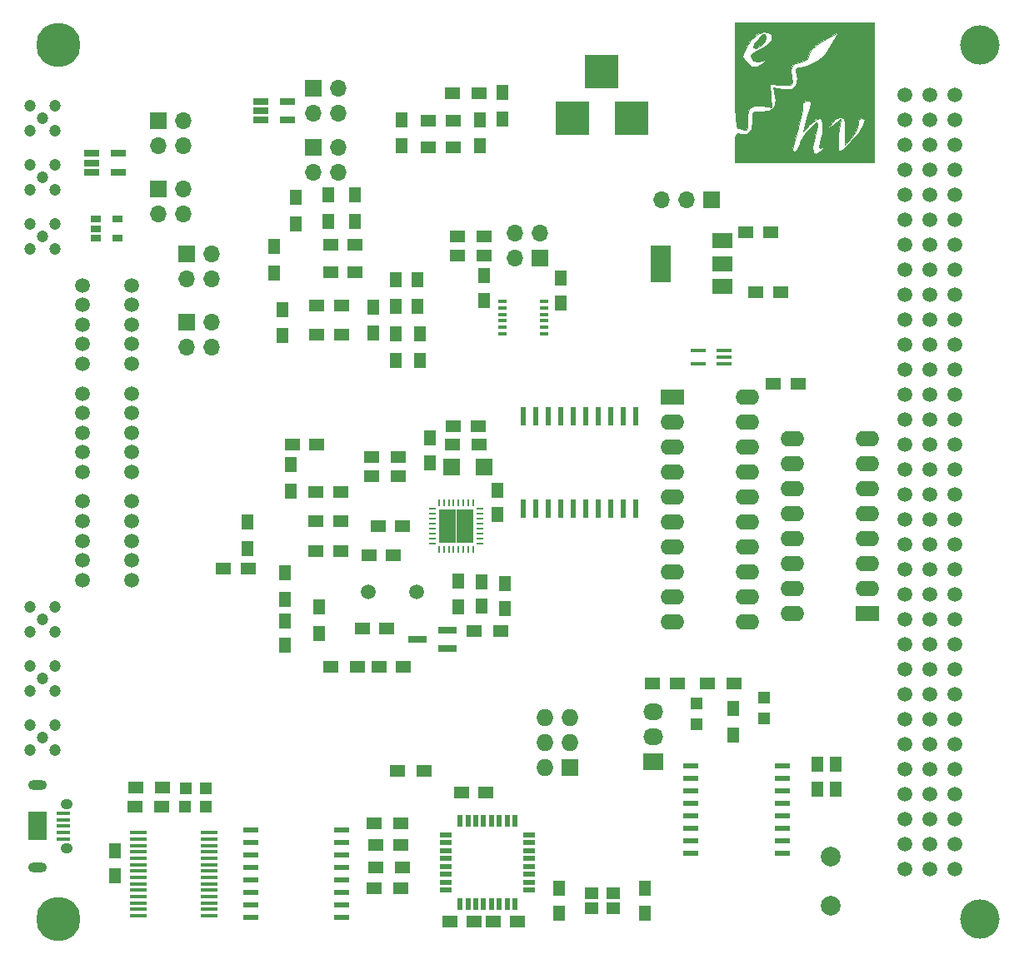
<source format=gts>
G04 #@! TF.FileFunction,Soldermask,Top*
%FSLAX46Y46*%
G04 Gerber Fmt 4.6, Leading zero omitted, Abs format (unit mm)*
G04 Created by KiCad (PCBNEW 4.0.4-stable) date 02/10/17 17:21:10*
%MOMM*%
%LPD*%
G01*
G04 APERTURE LIST*
%ADD10C,0.150000*%
%ADD11C,0.010000*%
%ADD12R,1.250000X1.500000*%
%ADD13R,1.500000X1.250000*%
%ADD14R,1.700000X1.700000*%
%ADD15O,1.700000X1.700000*%
%ADD16R,1.198880X1.198880*%
%ADD17R,0.600000X1.200000*%
%ADD18R,1.200000X0.600000*%
%ADD19R,1.727200X1.727200*%
%ADD20O,1.727200X1.727200*%
%ADD21R,1.500000X1.300000*%
%ADD22R,1.500000X0.600000*%
%ADD23R,1.750000X0.450000*%
%ADD24O,1.900000X1.000000*%
%ADD25R,1.900000X2.900000*%
%ADD26O,1.250000X1.050000*%
%ADD27R,1.350000X0.400000*%
%ADD28R,1.300000X1.500000*%
%ADD29R,2.032000X1.727200*%
%ADD30O,2.032000X1.727200*%
%ADD31R,1.400000X1.200000*%
%ADD32C,1.998980*%
%ADD33C,1.501140*%
%ADD34C,4.000000*%
%ADD35C,4.500000*%
%ADD36R,3.500000X3.500000*%
%ADD37R,1.060000X0.650000*%
%ADD38C,1.500000*%
%ADD39R,0.250000X0.700000*%
%ADD40R,0.700000X0.250000*%
%ADD41R,1.725000X1.725000*%
%ADD42R,0.890000X0.420000*%
%ADD43R,0.600000X1.950000*%
%ADD44R,2.000000X3.800000*%
%ADD45R,2.000000X1.500000*%
%ADD46R,1.500000X0.400000*%
%ADD47R,2.400000X1.600000*%
%ADD48O,2.400000X1.600000*%
%ADD49R,1.900000X0.800000*%
%ADD50R,1.750000X1.800000*%
%ADD51R,1.560000X0.650000*%
%ADD52C,1.200000*%
G04 APERTURE END LIST*
D10*
D11*
G36*
X251468948Y-52468948D02*
X237298422Y-52468948D01*
X237298422Y-51219642D01*
X243208075Y-51219642D01*
X243266971Y-51370537D01*
X243421726Y-51399466D01*
X243427160Y-51399474D01*
X243665842Y-51172196D01*
X243931115Y-50614038D01*
X243969656Y-50503001D01*
X244266910Y-49884424D01*
X244707841Y-49252135D01*
X245178341Y-48738007D01*
X245564300Y-48473912D01*
X245709668Y-48492124D01*
X245710893Y-48797167D01*
X245576536Y-49439029D01*
X245446786Y-49905668D01*
X245221416Y-50907490D01*
X245249056Y-51508281D01*
X245508635Y-51678621D01*
X245979079Y-51389091D01*
X246280667Y-51069871D01*
X246618123Y-50665584D01*
X246606747Y-50622011D01*
X246277756Y-50869345D01*
X245936215Y-51101870D01*
X245862907Y-50979985D01*
X245989275Y-50463685D01*
X246183488Y-49499442D01*
X246199177Y-49126843D01*
X246845876Y-49126843D01*
X248057456Y-48057369D01*
X247865371Y-49728422D01*
X247797933Y-50617795D01*
X247821521Y-51215427D01*
X247912644Y-51399474D01*
X248219508Y-51220725D01*
X248743511Y-50763278D01*
X249110443Y-50396843D01*
X249906927Y-49478689D01*
X250396831Y-48729429D01*
X250537638Y-48220636D01*
X250479190Y-48092523D01*
X250113272Y-47928938D01*
X249896783Y-48242308D01*
X249864737Y-48577196D01*
X249691675Y-49213904D01*
X249268624Y-49905237D01*
X249204765Y-49980880D01*
X248544794Y-50731053D01*
X248536344Y-49327369D01*
X248504901Y-48499667D01*
X248391003Y-48077483D01*
X248145916Y-47932661D01*
X248002565Y-47923685D01*
X247485450Y-48140738D01*
X247161556Y-48525264D01*
X246845876Y-49126843D01*
X246199177Y-49126843D01*
X246218314Y-48672371D01*
X246095207Y-48130183D01*
X245965108Y-48008379D01*
X245604623Y-48115175D01*
X245082495Y-48505984D01*
X244965074Y-48618372D01*
X244255196Y-49328250D01*
X244650757Y-48024388D01*
X244930114Y-47037048D01*
X245021688Y-46465019D01*
X244919857Y-46220859D01*
X244619000Y-46217127D01*
X244535870Y-46237166D01*
X244171584Y-46492137D01*
X244154969Y-46724843D01*
X244151380Y-47138413D01*
X244018104Y-47909064D01*
X243782860Y-48882832D01*
X243735416Y-49055025D01*
X243429411Y-50159898D01*
X243257926Y-50848766D01*
X243208075Y-51219642D01*
X237298422Y-51219642D01*
X237298422Y-50969437D01*
X237311870Y-50122367D01*
X237388876Y-49694485D01*
X237584431Y-49570309D01*
X237936250Y-49630010D01*
X238618011Y-49598558D01*
X239030664Y-49132590D01*
X239136221Y-48279800D01*
X239124877Y-48137676D01*
X239102193Y-47541589D01*
X239301018Y-47324390D01*
X239871020Y-47336498D01*
X239921640Y-47341382D01*
X240838068Y-47289116D01*
X241342956Y-46900407D01*
X241454701Y-46156770D01*
X241411174Y-45844767D01*
X241235694Y-44909378D01*
X242171083Y-45084858D01*
X243042941Y-45093427D01*
X243534731Y-44726711D01*
X243638938Y-43992306D01*
X243583985Y-43656741D01*
X243507006Y-43091245D01*
X243684668Y-42874228D01*
X244041599Y-42843685D01*
X244681362Y-42711560D01*
X245008897Y-42512577D01*
X245518086Y-42217935D01*
X245743724Y-42178367D01*
X246079454Y-41960494D01*
X246551018Y-41396170D01*
X246991481Y-40714776D01*
X247835519Y-39254289D01*
X246376970Y-40079173D01*
X245612954Y-40565436D01*
X245082295Y-41006580D01*
X244911355Y-41272292D01*
X244684982Y-41964541D01*
X244084515Y-42291930D01*
X243861774Y-42308948D01*
X243263567Y-42500194D01*
X243017965Y-43081361D01*
X243084900Y-43902917D01*
X243155653Y-44389421D01*
X243022661Y-44608843D01*
X242558547Y-44653552D01*
X242074999Y-44635256D01*
X240907895Y-44581579D01*
X240961779Y-45750775D01*
X241015663Y-46919972D01*
X240136729Y-46777340D01*
X239257155Y-46741650D01*
X238764612Y-47034347D01*
X238588179Y-47721162D01*
X238594732Y-48206477D01*
X238604682Y-48904967D01*
X238494386Y-49185361D01*
X238225152Y-49160363D01*
X237711980Y-49013133D01*
X237543923Y-48993158D01*
X237465109Y-48737330D01*
X237397987Y-48015866D01*
X237345725Y-46897802D01*
X237311493Y-45452172D01*
X237298460Y-43748010D01*
X237298422Y-43645790D01*
X237298422Y-41771796D01*
X238128279Y-41771796D01*
X238320070Y-42103659D01*
X238484292Y-42289846D01*
X239048124Y-42752228D01*
X239590009Y-42758862D01*
X240260002Y-42310247D01*
X240276696Y-42295805D01*
X240653129Y-41954576D01*
X240625948Y-41917279D01*
X240341733Y-42070633D01*
X239704857Y-42255608D01*
X239162904Y-42134751D01*
X238905446Y-41756541D01*
X238902632Y-41702629D01*
X239130120Y-41388507D01*
X239691899Y-41065871D01*
X239838242Y-41008576D01*
X240658907Y-40580368D01*
X241085960Y-40073477D01*
X241068855Y-39569015D01*
X240876765Y-39342060D01*
X240310585Y-39180864D01*
X239636379Y-39449051D01*
X238957371Y-40084762D01*
X238509695Y-40760623D01*
X238190321Y-41394317D01*
X238128279Y-41771796D01*
X237298422Y-41771796D01*
X237298422Y-38298422D01*
X251468948Y-38298422D01*
X251468948Y-52468948D01*
X251468948Y-52468948D01*
G37*
X251468948Y-52468948D02*
X237298422Y-52468948D01*
X237298422Y-51219642D01*
X243208075Y-51219642D01*
X243266971Y-51370537D01*
X243421726Y-51399466D01*
X243427160Y-51399474D01*
X243665842Y-51172196D01*
X243931115Y-50614038D01*
X243969656Y-50503001D01*
X244266910Y-49884424D01*
X244707841Y-49252135D01*
X245178341Y-48738007D01*
X245564300Y-48473912D01*
X245709668Y-48492124D01*
X245710893Y-48797167D01*
X245576536Y-49439029D01*
X245446786Y-49905668D01*
X245221416Y-50907490D01*
X245249056Y-51508281D01*
X245508635Y-51678621D01*
X245979079Y-51389091D01*
X246280667Y-51069871D01*
X246618123Y-50665584D01*
X246606747Y-50622011D01*
X246277756Y-50869345D01*
X245936215Y-51101870D01*
X245862907Y-50979985D01*
X245989275Y-50463685D01*
X246183488Y-49499442D01*
X246199177Y-49126843D01*
X246845876Y-49126843D01*
X248057456Y-48057369D01*
X247865371Y-49728422D01*
X247797933Y-50617795D01*
X247821521Y-51215427D01*
X247912644Y-51399474D01*
X248219508Y-51220725D01*
X248743511Y-50763278D01*
X249110443Y-50396843D01*
X249906927Y-49478689D01*
X250396831Y-48729429D01*
X250537638Y-48220636D01*
X250479190Y-48092523D01*
X250113272Y-47928938D01*
X249896783Y-48242308D01*
X249864737Y-48577196D01*
X249691675Y-49213904D01*
X249268624Y-49905237D01*
X249204765Y-49980880D01*
X248544794Y-50731053D01*
X248536344Y-49327369D01*
X248504901Y-48499667D01*
X248391003Y-48077483D01*
X248145916Y-47932661D01*
X248002565Y-47923685D01*
X247485450Y-48140738D01*
X247161556Y-48525264D01*
X246845876Y-49126843D01*
X246199177Y-49126843D01*
X246218314Y-48672371D01*
X246095207Y-48130183D01*
X245965108Y-48008379D01*
X245604623Y-48115175D01*
X245082495Y-48505984D01*
X244965074Y-48618372D01*
X244255196Y-49328250D01*
X244650757Y-48024388D01*
X244930114Y-47037048D01*
X245021688Y-46465019D01*
X244919857Y-46220859D01*
X244619000Y-46217127D01*
X244535870Y-46237166D01*
X244171584Y-46492137D01*
X244154969Y-46724843D01*
X244151380Y-47138413D01*
X244018104Y-47909064D01*
X243782860Y-48882832D01*
X243735416Y-49055025D01*
X243429411Y-50159898D01*
X243257926Y-50848766D01*
X243208075Y-51219642D01*
X237298422Y-51219642D01*
X237298422Y-50969437D01*
X237311870Y-50122367D01*
X237388876Y-49694485D01*
X237584431Y-49570309D01*
X237936250Y-49630010D01*
X238618011Y-49598558D01*
X239030664Y-49132590D01*
X239136221Y-48279800D01*
X239124877Y-48137676D01*
X239102193Y-47541589D01*
X239301018Y-47324390D01*
X239871020Y-47336498D01*
X239921640Y-47341382D01*
X240838068Y-47289116D01*
X241342956Y-46900407D01*
X241454701Y-46156770D01*
X241411174Y-45844767D01*
X241235694Y-44909378D01*
X242171083Y-45084858D01*
X243042941Y-45093427D01*
X243534731Y-44726711D01*
X243638938Y-43992306D01*
X243583985Y-43656741D01*
X243507006Y-43091245D01*
X243684668Y-42874228D01*
X244041599Y-42843685D01*
X244681362Y-42711560D01*
X245008897Y-42512577D01*
X245518086Y-42217935D01*
X245743724Y-42178367D01*
X246079454Y-41960494D01*
X246551018Y-41396170D01*
X246991481Y-40714776D01*
X247835519Y-39254289D01*
X246376970Y-40079173D01*
X245612954Y-40565436D01*
X245082295Y-41006580D01*
X244911355Y-41272292D01*
X244684982Y-41964541D01*
X244084515Y-42291930D01*
X243861774Y-42308948D01*
X243263567Y-42500194D01*
X243017965Y-43081361D01*
X243084900Y-43902917D01*
X243155653Y-44389421D01*
X243022661Y-44608843D01*
X242558547Y-44653552D01*
X242074999Y-44635256D01*
X240907895Y-44581579D01*
X240961779Y-45750775D01*
X241015663Y-46919972D01*
X240136729Y-46777340D01*
X239257155Y-46741650D01*
X238764612Y-47034347D01*
X238588179Y-47721162D01*
X238594732Y-48206477D01*
X238604682Y-48904967D01*
X238494386Y-49185361D01*
X238225152Y-49160363D01*
X237711980Y-49013133D01*
X237543923Y-48993158D01*
X237465109Y-48737330D01*
X237397987Y-48015866D01*
X237345725Y-46897802D01*
X237311493Y-45452172D01*
X237298460Y-43748010D01*
X237298422Y-43645790D01*
X237298422Y-41771796D01*
X238128279Y-41771796D01*
X238320070Y-42103659D01*
X238484292Y-42289846D01*
X239048124Y-42752228D01*
X239590009Y-42758862D01*
X240260002Y-42310247D01*
X240276696Y-42295805D01*
X240653129Y-41954576D01*
X240625948Y-41917279D01*
X240341733Y-42070633D01*
X239704857Y-42255608D01*
X239162904Y-42134751D01*
X238905446Y-41756541D01*
X238902632Y-41702629D01*
X239130120Y-41388507D01*
X239691899Y-41065871D01*
X239838242Y-41008576D01*
X240658907Y-40580368D01*
X241085960Y-40073477D01*
X241068855Y-39569015D01*
X240876765Y-39342060D01*
X240310585Y-39180864D01*
X239636379Y-39449051D01*
X238957371Y-40084762D01*
X238509695Y-40760623D01*
X238190321Y-41394317D01*
X238128279Y-41771796D01*
X237298422Y-41771796D01*
X237298422Y-38298422D01*
X251468948Y-38298422D01*
X251468948Y-52468948D01*
G36*
X240460423Y-39725365D02*
X240341268Y-40256729D01*
X240062440Y-40582738D01*
X239475031Y-40929141D01*
X239194137Y-40850302D01*
X239170000Y-40704737D01*
X239343123Y-40343995D01*
X239760335Y-39847059D01*
X239768509Y-39838860D01*
X240186012Y-39457122D01*
X240376307Y-39448428D01*
X240460423Y-39725365D01*
X240460423Y-39725365D01*
G37*
X240460423Y-39725365D02*
X240341268Y-40256729D01*
X240062440Y-40582738D01*
X239475031Y-40929141D01*
X239194137Y-40850302D01*
X239170000Y-40704737D01*
X239343123Y-40343995D01*
X239760335Y-39847059D01*
X239768509Y-39838860D01*
X240186012Y-39457122D01*
X240376307Y-39448428D01*
X240460423Y-39725365D01*
D12*
X191600000Y-99150000D03*
X191600000Y-101650000D03*
D13*
X187850000Y-93800000D03*
X185350000Y-93800000D03*
D14*
X178750000Y-55250000D03*
D15*
X181290000Y-55250000D03*
X178750000Y-57790000D03*
X181290000Y-57790000D03*
D12*
X247600000Y-113750000D03*
X247600000Y-116250000D03*
D13*
X228950000Y-105500000D03*
X231450000Y-105500000D03*
X212750000Y-129700000D03*
X215250000Y-129700000D03*
X212050000Y-116600000D03*
X209550000Y-116600000D03*
X210850000Y-129700000D03*
X208350000Y-129700000D03*
X203350000Y-121900000D03*
X200850000Y-121900000D03*
D12*
X174300000Y-122550000D03*
X174300000Y-125050000D03*
D16*
X181450980Y-118000000D03*
X183549020Y-118000000D03*
X181500000Y-116200000D03*
X183598040Y-116200000D03*
D17*
X209400000Y-127950000D03*
X210200000Y-127950000D03*
X211000000Y-127950000D03*
X211800000Y-127950000D03*
X212600000Y-127950000D03*
X213400000Y-127950000D03*
X214200000Y-127950000D03*
X215000000Y-127950000D03*
D18*
X216450000Y-126500000D03*
X216450000Y-125700000D03*
X216450000Y-124900000D03*
X216450000Y-124100000D03*
X216450000Y-123300000D03*
X216450000Y-122500000D03*
X216450000Y-121700000D03*
X216450000Y-120900000D03*
D17*
X215000000Y-119450000D03*
X214200000Y-119450000D03*
X213400000Y-119450000D03*
X212600000Y-119450000D03*
X211800000Y-119450000D03*
X211000000Y-119450000D03*
X210200000Y-119450000D03*
X209400000Y-119450000D03*
D18*
X207950000Y-120900000D03*
X207950000Y-121700000D03*
X207950000Y-122500000D03*
X207950000Y-123300000D03*
X207950000Y-124100000D03*
X207950000Y-124900000D03*
X207950000Y-125700000D03*
X207950000Y-126500000D03*
D19*
X220540000Y-114040000D03*
D20*
X218000000Y-114040000D03*
X220540000Y-111500000D03*
X218000000Y-111500000D03*
X220540000Y-108960000D03*
X218000000Y-108960000D03*
D21*
X200650000Y-119700000D03*
X203350000Y-119700000D03*
X179100000Y-118000000D03*
X176400000Y-118000000D03*
X179150000Y-116100000D03*
X176450000Y-116100000D03*
X203550000Y-124200000D03*
X200850000Y-124200000D03*
X200650000Y-126300000D03*
X203350000Y-126300000D03*
D22*
X188100000Y-120410000D03*
X188100000Y-121680000D03*
X188100000Y-122950000D03*
X188100000Y-124220000D03*
X188100000Y-125490000D03*
X188100000Y-126760000D03*
X188100000Y-128030000D03*
X188100000Y-129300000D03*
X197400000Y-129300000D03*
X197400000Y-128030000D03*
X197400000Y-126760000D03*
X197400000Y-125490000D03*
X197400000Y-124220000D03*
X197400000Y-122950000D03*
X197400000Y-121680000D03*
X197400000Y-120410000D03*
D23*
X183900000Y-129125000D03*
X183900000Y-128475000D03*
X183900000Y-127825000D03*
X183900000Y-127175000D03*
X183900000Y-126525000D03*
X183900000Y-125875000D03*
X183900000Y-125225000D03*
X183900000Y-124575000D03*
X183900000Y-123925000D03*
X183900000Y-123275000D03*
X183900000Y-122625000D03*
X183900000Y-121975000D03*
X183900000Y-121325000D03*
X183900000Y-120675000D03*
X176700000Y-120675000D03*
X176700000Y-121325000D03*
X176700000Y-121975000D03*
X176700000Y-122625000D03*
X176700000Y-123275000D03*
X176700000Y-123925000D03*
X176700000Y-124575000D03*
X176700000Y-125225000D03*
X176700000Y-125875000D03*
X176700000Y-126525000D03*
X176700000Y-127175000D03*
X176700000Y-127825000D03*
X176700000Y-128475000D03*
X176700000Y-129125000D03*
D12*
X228200000Y-126350000D03*
X228200000Y-128850000D03*
X219500000Y-126350000D03*
X219500000Y-128850000D03*
D24*
X166450000Y-115825000D03*
X166450000Y-124175000D03*
D25*
X166450000Y-120000000D03*
D26*
X169450000Y-117775000D03*
X169450000Y-122225000D03*
D27*
X169125000Y-121300000D03*
X169125000Y-120650000D03*
X169125000Y-120000000D03*
X169125000Y-119350000D03*
X169125000Y-118700000D03*
D16*
X240300000Y-109049020D03*
X240300000Y-106950980D03*
X233400000Y-109649020D03*
X233400000Y-107550980D03*
D21*
X234550000Y-105500000D03*
X237250000Y-105500000D03*
D28*
X237200000Y-110750000D03*
X237200000Y-108050000D03*
D29*
X229000000Y-113500000D03*
D30*
X229000000Y-110960000D03*
X229000000Y-108420000D03*
D22*
X232850000Y-113855000D03*
X232850000Y-115125000D03*
X232850000Y-116395000D03*
X232850000Y-117665000D03*
X232850000Y-118935000D03*
X232850000Y-120205000D03*
X232850000Y-121475000D03*
X232850000Y-122745000D03*
X242150000Y-122745000D03*
X242150000Y-121475000D03*
X242150000Y-120205000D03*
X242150000Y-118935000D03*
X242150000Y-117665000D03*
X242150000Y-116395000D03*
X242150000Y-115125000D03*
X242150000Y-113855000D03*
D12*
X245700000Y-113750000D03*
X245700000Y-116250000D03*
D31*
X222800000Y-128400000D03*
X225000000Y-128400000D03*
X222800000Y-126800000D03*
X225000000Y-126800000D03*
D32*
X247100000Y-123100640D03*
X247100000Y-128101900D03*
D33*
X259700000Y-45630000D03*
X259700000Y-48170000D03*
X259700000Y-53250000D03*
X259700000Y-50710000D03*
X259700000Y-55790000D03*
X259700000Y-58330000D03*
X259700000Y-60870000D03*
X259700000Y-63410000D03*
X259700000Y-65950000D03*
X259700000Y-68490000D03*
X259700000Y-71030000D03*
X259700000Y-73570000D03*
X259700000Y-76110000D03*
X259700000Y-78650000D03*
X259700000Y-81190000D03*
X259700000Y-83730000D03*
X259700000Y-86270000D03*
X259700000Y-88810000D03*
X259700000Y-91350000D03*
X259700000Y-93890000D03*
X259700000Y-96430000D03*
X259700000Y-98970000D03*
X259700000Y-101510000D03*
X259700000Y-104050000D03*
X259700000Y-106590000D03*
X259700000Y-109130000D03*
X259700000Y-111670000D03*
X259700000Y-114210000D03*
X259700000Y-116750000D03*
X259700000Y-119290000D03*
X259700000Y-121830000D03*
X259700000Y-124370000D03*
X257160000Y-124370000D03*
X257160000Y-121830000D03*
X257160000Y-119290000D03*
X257160000Y-116750000D03*
X257160000Y-114210000D03*
X257160000Y-111670000D03*
X257160000Y-109130000D03*
X257160000Y-106590000D03*
X257160000Y-104050000D03*
X257160000Y-101510000D03*
X257160000Y-98970000D03*
X257160000Y-96430000D03*
X257160000Y-93890000D03*
X257160000Y-91350000D03*
X257160000Y-88810000D03*
X257160000Y-86270000D03*
X257160000Y-83730000D03*
X257160000Y-81190000D03*
X257160000Y-78650000D03*
X257160000Y-76110000D03*
X257160000Y-73570000D03*
X257160000Y-71030000D03*
X257160000Y-68490000D03*
X257160000Y-65950000D03*
X257160000Y-63410000D03*
X257160000Y-60870000D03*
X257160000Y-58330000D03*
X257160000Y-55790000D03*
X257160000Y-50710000D03*
X257160000Y-53250000D03*
X257160000Y-48170000D03*
X257160000Y-45630000D03*
X254620000Y-45630000D03*
X254620000Y-48170000D03*
X254620000Y-53250000D03*
X254620000Y-50710000D03*
X254620000Y-55790000D03*
X254620000Y-58330000D03*
X254620000Y-60870000D03*
X254620000Y-63410000D03*
X254620000Y-65950000D03*
X254620000Y-68490000D03*
X254620000Y-71030000D03*
X254620000Y-73570000D03*
X254620000Y-76110000D03*
X254620000Y-78650000D03*
X254620000Y-81190000D03*
X254620000Y-83730000D03*
X254620000Y-86270000D03*
X254620000Y-88810000D03*
X254620000Y-91350000D03*
X254620000Y-93890000D03*
X254620000Y-96430000D03*
X254620000Y-98970000D03*
X254620000Y-101510000D03*
X254620000Y-104050000D03*
X254620000Y-106590000D03*
X254620000Y-109130000D03*
X254620000Y-111670000D03*
X254620000Y-114210000D03*
X254620000Y-116750000D03*
X254620000Y-119290000D03*
X254620000Y-121830000D03*
X254620000Y-124370000D03*
D34*
X262240000Y-129450000D03*
X262240000Y-40550000D03*
D35*
X168570000Y-129450000D03*
X168570000Y-40550000D03*
D13*
X201950000Y-99900000D03*
X199450000Y-99900000D03*
X200150000Y-92500000D03*
X202650000Y-92500000D03*
X211250000Y-79300000D03*
X208750000Y-79300000D03*
D12*
X206300000Y-83050000D03*
X206300000Y-80550000D03*
D13*
X194850000Y-67050000D03*
X197350000Y-67050000D03*
X197350000Y-70050000D03*
X194850000Y-70050000D03*
X206200000Y-48250000D03*
X208700000Y-48250000D03*
X208700000Y-51000000D03*
X206200000Y-51000000D03*
X196250000Y-60900000D03*
X198750000Y-60900000D03*
X198750000Y-63650000D03*
X196250000Y-63650000D03*
X194750000Y-92000000D03*
X197250000Y-92000000D03*
X194750000Y-89000000D03*
X197250000Y-89000000D03*
X194750000Y-86000000D03*
X197250000Y-86000000D03*
X192350000Y-81200000D03*
X194850000Y-81200000D03*
X238450000Y-59600000D03*
X240950000Y-59600000D03*
X239450000Y-65700000D03*
X241950000Y-65700000D03*
D12*
X211600000Y-95150000D03*
X211600000Y-97650000D03*
D13*
X201150000Y-103800000D03*
X203650000Y-103800000D03*
D12*
X214000000Y-97850000D03*
X214000000Y-95350000D03*
D36*
X220800000Y-48000000D03*
X226800000Y-48000000D03*
X223800000Y-43300000D03*
D37*
X172400000Y-58300000D03*
X172400000Y-59250000D03*
X172400000Y-60200000D03*
X174600000Y-60200000D03*
X174600000Y-58300000D03*
D14*
X181600000Y-61800000D03*
D15*
X184140000Y-61800000D03*
X181600000Y-64340000D03*
X184140000Y-64340000D03*
D14*
X181600000Y-68800000D03*
D15*
X184140000Y-68800000D03*
X181600000Y-71340000D03*
X184140000Y-71340000D03*
D14*
X194500000Y-45000000D03*
D15*
X197040000Y-45000000D03*
X194500000Y-47540000D03*
X197040000Y-47540000D03*
D14*
X194500000Y-51000000D03*
D15*
X197040000Y-51000000D03*
X194500000Y-53540000D03*
X197040000Y-53540000D03*
D14*
X178750000Y-48250000D03*
D15*
X181290000Y-48250000D03*
X178750000Y-50790000D03*
X181290000Y-50790000D03*
D14*
X234980000Y-56300000D03*
D15*
X232440000Y-56300000D03*
X229900000Y-56300000D03*
D21*
X200450000Y-84400000D03*
X203150000Y-84400000D03*
X205750000Y-114400000D03*
X203050000Y-114400000D03*
X200450000Y-82500000D03*
X203150000Y-82500000D03*
D28*
X195100000Y-97750000D03*
X195100000Y-100450000D03*
D21*
X208650000Y-81200000D03*
X211350000Y-81200000D03*
X211850000Y-62000000D03*
X209150000Y-62000000D03*
X209150000Y-60000000D03*
X211850000Y-60000000D03*
D28*
X205100000Y-67150000D03*
X205100000Y-64450000D03*
X202850000Y-64450000D03*
X202850000Y-67150000D03*
X200600000Y-67200000D03*
X200600000Y-69900000D03*
X191350000Y-67450000D03*
X191350000Y-70150000D03*
X202850000Y-72650000D03*
X202850000Y-69950000D03*
X205350000Y-69950000D03*
X205350000Y-72650000D03*
X213700000Y-48100000D03*
X213700000Y-45400000D03*
D21*
X211300000Y-45500000D03*
X208600000Y-45500000D03*
D28*
X211450000Y-48150000D03*
X211450000Y-50850000D03*
X203450000Y-48150000D03*
X203450000Y-50850000D03*
X196000000Y-58500000D03*
X196000000Y-55800000D03*
X198750000Y-55800000D03*
X198750000Y-58500000D03*
X192750000Y-58750000D03*
X192750000Y-56050000D03*
X190500000Y-61050000D03*
X190500000Y-63750000D03*
X191600000Y-94250000D03*
X191600000Y-96950000D03*
X187800000Y-89050000D03*
X187800000Y-91750000D03*
X192200000Y-85950000D03*
X192200000Y-83250000D03*
X209200000Y-95050000D03*
X209200000Y-97750000D03*
D21*
X198950000Y-103800000D03*
X196250000Y-103800000D03*
X213550000Y-100200000D03*
X210850000Y-100200000D03*
D38*
X176000000Y-95000000D03*
X171000000Y-95000000D03*
X176000000Y-93000000D03*
X171000000Y-93000000D03*
X176000000Y-91000000D03*
X171000000Y-91000000D03*
X176000000Y-89000000D03*
X171000000Y-89000000D03*
X176000000Y-87000000D03*
X171000000Y-87000000D03*
X176000000Y-84000000D03*
X171000000Y-84000000D03*
X176000000Y-82000000D03*
X171000000Y-82000000D03*
X176000000Y-80000000D03*
X171000000Y-80000000D03*
X176000000Y-78000000D03*
X171000000Y-78000000D03*
X176000000Y-76000000D03*
X171000000Y-76000000D03*
X176000000Y-73000000D03*
X171000000Y-73000000D03*
X176000000Y-71000000D03*
X171000000Y-71000000D03*
X176000000Y-69000000D03*
X171000000Y-69000000D03*
X176000000Y-67000000D03*
X171000000Y-67000000D03*
X176000000Y-65000000D03*
X171000000Y-65000000D03*
D39*
X207250000Y-91900000D03*
X207750000Y-91900000D03*
X208250000Y-91900000D03*
X208750000Y-91900000D03*
X209250000Y-91900000D03*
X209750000Y-91900000D03*
X210250000Y-91900000D03*
X210750000Y-91900000D03*
D40*
X211400000Y-91250000D03*
X211400000Y-90750000D03*
X211400000Y-90250000D03*
X211400000Y-89750000D03*
X211400000Y-89250000D03*
X211400000Y-88750000D03*
X211400000Y-88250000D03*
X211400000Y-87750000D03*
D39*
X210750000Y-87100000D03*
X210250000Y-87100000D03*
X209750000Y-87100000D03*
X209250000Y-87100000D03*
X208750000Y-87100000D03*
X208250000Y-87100000D03*
X207750000Y-87100000D03*
X207250000Y-87100000D03*
D40*
X206600000Y-87750000D03*
X206600000Y-88250000D03*
X206600000Y-88750000D03*
X206600000Y-89250000D03*
X206600000Y-89750000D03*
X206600000Y-90250000D03*
X206600000Y-90750000D03*
X206600000Y-91250000D03*
D41*
X209862500Y-88637500D03*
X208137500Y-88637500D03*
X209862500Y-90362500D03*
X208137500Y-90362500D03*
D42*
X213745000Y-66675000D03*
X213745000Y-67325000D03*
X213745000Y-67975000D03*
X213745000Y-68625000D03*
X213745000Y-69275000D03*
X213745000Y-69925000D03*
X217955000Y-69925000D03*
X217955000Y-69275000D03*
X217955000Y-68625000D03*
X217955000Y-67975000D03*
X217955000Y-67325000D03*
X217955000Y-66675000D03*
D43*
X227215000Y-78300000D03*
X225945000Y-78300000D03*
X224675000Y-78300000D03*
X223405000Y-78300000D03*
X222135000Y-78300000D03*
X220865000Y-78300000D03*
X219595000Y-78300000D03*
X218325000Y-78300000D03*
X217055000Y-78300000D03*
X215785000Y-78300000D03*
X215785000Y-87700000D03*
X217055000Y-87700000D03*
X218325000Y-87700000D03*
X219595000Y-87700000D03*
X220865000Y-87700000D03*
X222135000Y-87700000D03*
X223405000Y-87700000D03*
X224675000Y-87700000D03*
X225945000Y-87700000D03*
X227215000Y-87700000D03*
D44*
X229750000Y-62800000D03*
D45*
X236050000Y-62800000D03*
X236050000Y-60500000D03*
X236050000Y-65100000D03*
D46*
X236230000Y-72950000D03*
X236230000Y-72300000D03*
X236230000Y-71650000D03*
X233570000Y-71650000D03*
X233570000Y-72950000D03*
D47*
X231000000Y-76375000D03*
D48*
X238620000Y-99235000D03*
X231000000Y-78915000D03*
X238620000Y-96695000D03*
X231000000Y-81455000D03*
X238620000Y-94155000D03*
X231000000Y-83995000D03*
X238620000Y-91615000D03*
X231000000Y-86535000D03*
X238620000Y-89075000D03*
X231000000Y-89075000D03*
X238620000Y-86535000D03*
X231000000Y-91615000D03*
X238620000Y-83995000D03*
X231000000Y-94155000D03*
X238620000Y-81455000D03*
X231000000Y-96695000D03*
X238620000Y-78915000D03*
X231000000Y-99235000D03*
X238620000Y-76375000D03*
D47*
X250825000Y-98400000D03*
D48*
X243205000Y-80620000D03*
X250825000Y-95860000D03*
X243205000Y-83160000D03*
X250825000Y-93320000D03*
X243205000Y-85700000D03*
X250825000Y-90780000D03*
X243205000Y-88240000D03*
X250825000Y-88240000D03*
X243205000Y-90780000D03*
X250825000Y-85700000D03*
X243205000Y-93320000D03*
X250825000Y-83160000D03*
X243205000Y-95860000D03*
X250825000Y-80620000D03*
X243205000Y-98400000D03*
D49*
X208100000Y-101950000D03*
X208100000Y-100050000D03*
X205100000Y-101000000D03*
D38*
X204975000Y-96200000D03*
X200095000Y-96200000D03*
D50*
X211825000Y-83500000D03*
X208575000Y-83500000D03*
D12*
X211850000Y-66550000D03*
X211850000Y-64050000D03*
X219600000Y-66800000D03*
X219600000Y-64300000D03*
D51*
X189150000Y-46300000D03*
X189150000Y-47250000D03*
X189150000Y-48200000D03*
X191850000Y-48200000D03*
X191850000Y-46300000D03*
X172000000Y-51600000D03*
X172000000Y-52550000D03*
X172000000Y-53500000D03*
X174700000Y-53500000D03*
X174700000Y-51600000D03*
D14*
X217500000Y-62250000D03*
D15*
X214960000Y-62250000D03*
X217500000Y-59710000D03*
X214960000Y-59710000D03*
D13*
X201050000Y-89500000D03*
X203550000Y-89500000D03*
D12*
X213200000Y-85850000D03*
X213200000Y-88350000D03*
D52*
X165730000Y-112270000D03*
X167000000Y-111000000D03*
X165730000Y-109730000D03*
X168270000Y-112270000D03*
X168270000Y-109730000D03*
X165730000Y-106270000D03*
X167000000Y-105000000D03*
X165730000Y-103730000D03*
X168270000Y-106270000D03*
X168270000Y-103730000D03*
X165730000Y-55270000D03*
X167000000Y-54000000D03*
X165730000Y-52730000D03*
X168270000Y-55270000D03*
X168270000Y-52730000D03*
X165730000Y-49270000D03*
X167000000Y-48000000D03*
X165730000Y-46730000D03*
X168270000Y-49270000D03*
X168270000Y-46730000D03*
X165730000Y-61270000D03*
X167000000Y-60000000D03*
X165730000Y-58730000D03*
X168270000Y-61270000D03*
X168270000Y-58730000D03*
X165730000Y-100270000D03*
X167000000Y-99000000D03*
X165730000Y-97730000D03*
X168270000Y-100270000D03*
X168270000Y-97730000D03*
D13*
X243750000Y-75000000D03*
X241250000Y-75000000D03*
M02*

</source>
